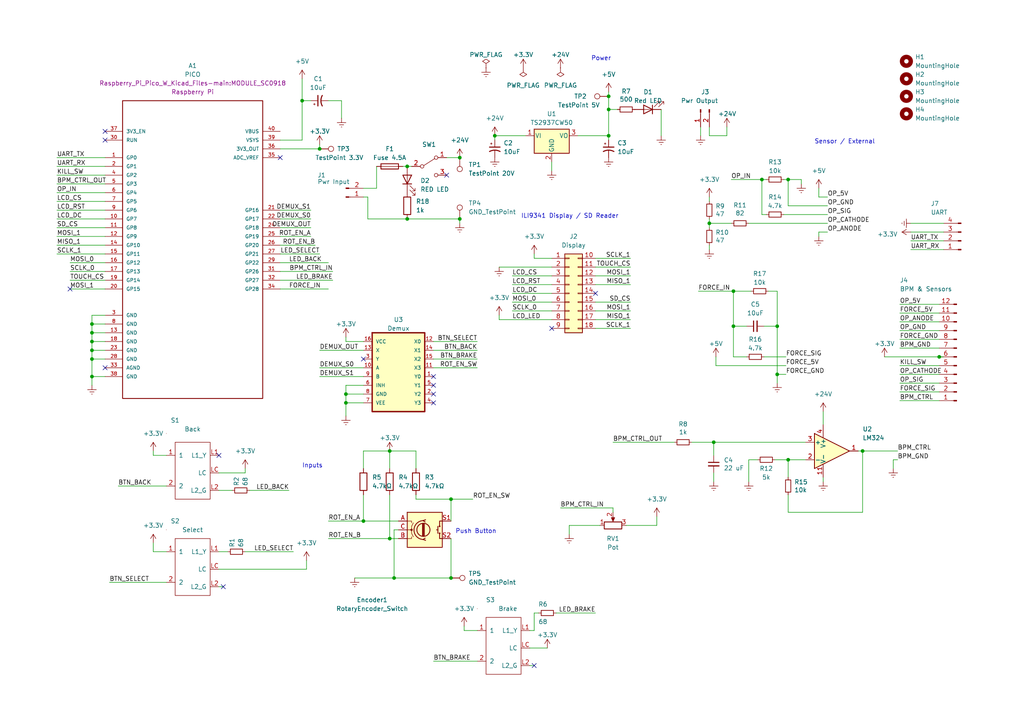
<source format=kicad_sch>
(kicad_sch (version 20230121) (generator eeschema)
  (paper "A4")
  (junction (at 105.41 151.13))
  (junction (at 118.11 63.5))
  (junction (at 176.53 27.94))
  (junction (at 100.33 114.3))
  (junction (at 143.51 39.37))
  (junction (at 92.71 43.18))
  (junction (at 113.03 156.21))
  (junction (at 113.03 130.81))
  (junction (at 176.53 39.37))
  (junction (at 207.01 128.27))
  (junction (at 114.3 167.64))
  (junction (at 225.425 94.615))
  (junction (at 212.725 94.615))
  (junction (at 87.63 29.21))
  (junction (at 272.415 103.505))
  (junction (at 26.67 96.52))
  (junction (at 228.6 133.35))
  (junction (at 100.33 116.84))
  (junction (at 130.81 167.64))
  (junction (at 26.67 93.98))
  (junction (at 212.725 84.455))
  (junction (at 26.67 99.06))
  (junction (at 176.53 31.75))
  (junction (at 130.81 144.78))
  (junction (at 225.425 108.585))
  (junction (at 118.11 48.26))
  (junction (at 26.67 101.6))
  (junction (at 205.74 64.77))
  (junction (at 26.67 104.14))
  (junction (at 133.35 63.5))
  (junction (at 220.98 52.07))
  (junction (at 26.67 109.22))
  (junction (at 228.6 52.07))
  (junction (at 133.35 45.72))
  (junction (at 250.19 130.81))
  (no_connect (at 30.48 38.1))
  (no_connect (at 160.02 95.25))
  (no_connect (at 129.54 50.8))
  (no_connect (at 63.5 132.08))
  (no_connect (at 20.32 83.82))
  (no_connect (at 105.41 104.14))
  (no_connect (at 154.94 193.04))
  (no_connect (at 172.72 85.09))
  (no_connect (at 30.48 106.68))
  (no_connect (at 125.73 114.3))
  (no_connect (at 30.48 40.64))
  (no_connect (at 125.73 109.22))
  (no_connect (at 125.73 116.84))
  (no_connect (at 81.28 45.72))
  (no_connect (at 64.77 170.18))
  (no_connect (at 125.73 111.76))
  (wire (pts (xy 237.49 67.31) (xy 240.03 67.31)))
  (wire (pts (xy 113.03 130.81) (xy 113.03 135.89)))
  (wire (pts (xy 63.5 170.18) (xy 64.77 170.18)))
  (wire (pts (xy 129.54 45.72) (xy 133.35 45.72)))
  (wire (pts (xy 212.725 94.615) (xy 212.725 103.505)))
  (wire (pts (xy 26.67 96.52) (xy 26.67 99.06)))
  (wire (pts (xy 207.01 128.27) (xy 207.01 132.08)))
  (wire (pts (xy 264.16 67.31) (xy 273.685 67.31)))
  (wire (pts (xy 212.725 84.455) (xy 212.725 94.615)))
  (wire (pts (xy 228.6 133.35) (xy 233.68 133.35)))
  (wire (pts (xy 16.51 60.96) (xy 30.48 60.96)))
  (wire (pts (xy 134.62 182.88) (xy 138.43 182.88)))
  (wire (pts (xy 205.74 71.12) (xy 205.74 72.39)))
  (wire (pts (xy 16.51 55.88) (xy 30.48 55.88)))
  (wire (pts (xy 260.985 95.885) (xy 272.415 95.885)))
  (wire (pts (xy 92.71 106.68) (xy 105.41 106.68)))
  (wire (pts (xy 99.06 29.21) (xy 99.06 34.29)))
  (wire (pts (xy 176.53 27.94) (xy 176.53 31.75)))
  (wire (pts (xy 81.28 76.2) (xy 95.25 76.2)))
  (wire (pts (xy 81.28 73.66) (xy 92.71 73.66)))
  (wire (pts (xy 212.725 84.455) (xy 202.565 84.455)))
  (wire (pts (xy 222.25 62.23) (xy 220.98 62.23)))
  (wire (pts (xy 167.64 39.37) (xy 176.53 39.37)))
  (wire (pts (xy 228.6 52.07) (xy 232.41 52.07)))
  (wire (pts (xy 148.59 90.17) (xy 160.02 90.17)))
  (wire (pts (xy 154.94 73.66) (xy 154.94 74.93)))
  (wire (pts (xy 264.16 64.77) (xy 273.685 64.77)))
  (wire (pts (xy 233.68 128.27) (xy 207.01 128.27)))
  (wire (pts (xy 177.8 148.59) (xy 177.8 147.32)))
  (wire (pts (xy 260.985 106.045) (xy 272.415 106.045)))
  (wire (pts (xy 260.985 98.425) (xy 272.415 98.425)))
  (wire (pts (xy 81.28 71.12) (xy 91.44 71.12)))
  (wire (pts (xy 259.08 133.35) (xy 260.35 133.35)))
  (wire (pts (xy 30.48 109.22) (xy 26.67 109.22)))
  (wire (pts (xy 63.5 165.1) (xy 88.9 165.1)))
  (wire (pts (xy 240.03 62.23) (xy 227.33 62.23)))
  (wire (pts (xy 30.48 93.98) (xy 26.67 93.98)))
  (wire (pts (xy 250.19 148.59) (xy 250.19 130.81)))
  (wire (pts (xy 172.72 92.71) (xy 182.88 92.71)))
  (wire (pts (xy 212.725 84.455) (xy 217.805 84.455)))
  (wire (pts (xy 44.45 130.81) (xy 44.45 132.08)))
  (wire (pts (xy 205.74 64.77) (xy 212.09 64.77)))
  (wire (pts (xy 71.12 160.02) (xy 85.09 160.02)))
  (wire (pts (xy 148.59 80.01) (xy 160.02 80.01)))
  (wire (pts (xy 95.25 151.13) (xy 105.41 151.13)))
  (wire (pts (xy 160.02 46.99) (xy 160.02 49.53)))
  (wire (pts (xy 220.98 62.23) (xy 220.98 52.07)))
  (wire (pts (xy 224.79 133.35) (xy 228.6 133.35)))
  (wire (pts (xy 26.67 93.98) (xy 26.67 96.52)))
  (wire (pts (xy 138.43 101.6) (xy 125.73 101.6)))
  (wire (pts (xy 30.48 99.06) (xy 26.67 99.06)))
  (wire (pts (xy 81.28 63.5) (xy 90.17 63.5)))
  (wire (pts (xy 260.985 113.665) (xy 272.415 113.665)))
  (wire (pts (xy 30.48 96.52) (xy 26.67 96.52)))
  (wire (pts (xy 250.19 130.81) (xy 260.35 130.81)))
  (wire (pts (xy 20.32 76.2) (xy 30.48 76.2)))
  (wire (pts (xy 26.67 104.14) (xy 26.67 109.22)))
  (wire (pts (xy 120.65 130.81) (xy 120.65 135.89)))
  (wire (pts (xy 26.67 109.22) (xy 26.67 111.76)))
  (wire (pts (xy 228.6 148.59) (xy 250.19 148.59)))
  (wire (pts (xy 100.33 116.84) (xy 100.33 120.65)))
  (wire (pts (xy 81.28 83.82) (xy 95.25 83.82)))
  (wire (pts (xy 225.425 108.585) (xy 227.965 108.585)))
  (wire (pts (xy 113.03 143.51) (xy 113.03 156.21)))
  (wire (pts (xy 26.67 91.44) (xy 26.67 93.98)))
  (wire (pts (xy 172.72 74.93) (xy 182.88 74.93)))
  (wire (pts (xy 16.51 58.42) (xy 30.48 58.42)))
  (wire (pts (xy 162.56 147.32) (xy 177.8 147.32)))
  (wire (pts (xy 143.51 40.64) (xy 143.51 39.37)))
  (wire (pts (xy 260.985 108.585) (xy 272.415 108.585)))
  (wire (pts (xy 44.45 157.48) (xy 44.45 160.02)))
  (wire (pts (xy 205.74 64.77) (xy 205.74 66.04)))
  (wire (pts (xy 228.6 133.35) (xy 228.6 138.43)))
  (wire (pts (xy 100.33 111.76) (xy 100.33 114.3)))
  (wire (pts (xy 71.12 135.89) (xy 71.12 137.16)))
  (wire (pts (xy 20.32 78.74) (xy 30.48 78.74)))
  (wire (pts (xy 16.51 68.58) (xy 30.48 68.58)))
  (wire (pts (xy 102.87 167.64) (xy 114.3 167.64)))
  (wire (pts (xy 130.81 151.13) (xy 130.81 144.78)))
  (wire (pts (xy 260.985 116.205) (xy 272.415 116.205)))
  (wire (pts (xy 173.99 152.4) (xy 165.1 152.4)))
  (wire (pts (xy 81.28 68.58) (xy 90.17 68.58)))
  (wire (pts (xy 16.51 71.12) (xy 30.48 71.12)))
  (wire (pts (xy 176.53 40.64) (xy 176.53 39.37)))
  (wire (pts (xy 160.02 74.93) (xy 154.94 74.93)))
  (wire (pts (xy 200.66 128.27) (xy 207.01 128.27)))
  (wire (pts (xy 92.71 109.22) (xy 105.41 109.22)))
  (wire (pts (xy 30.48 66.04) (xy 16.51 66.04)))
  (wire (pts (xy 153.67 193.04) (xy 154.94 193.04)))
  (wire (pts (xy 26.67 101.6) (xy 26.67 104.14)))
  (wire (pts (xy 87.63 29.21) (xy 90.17 29.21)))
  (wire (pts (xy 154.94 177.8) (xy 154.94 182.88)))
  (wire (pts (xy 113.03 156.21) (xy 115.57 156.21)))
  (wire (pts (xy 116.84 48.26) (xy 118.11 48.26)))
  (wire (pts (xy 92.71 41.91) (xy 92.71 43.18)))
  (wire (pts (xy 172.72 82.55) (xy 182.88 82.55)))
  (wire (pts (xy 212.725 94.615) (xy 216.535 94.615)))
  (wire (pts (xy 205.74 57.15) (xy 205.74 58.42)))
  (wire (pts (xy 172.72 90.17) (xy 182.88 90.17)))
  (wire (pts (xy 217.17 133.35) (xy 219.71 133.35)))
  (wire (pts (xy 203.2 39.37) (xy 203.2 36.83)))
  (wire (pts (xy 148.59 82.55) (xy 160.02 82.55)))
  (wire (pts (xy 114.3 167.64) (xy 130.81 167.64)))
  (wire (pts (xy 95.25 156.21) (xy 113.03 156.21)))
  (wire (pts (xy 100.33 114.3) (xy 100.33 116.84)))
  (wire (pts (xy 26.67 99.06) (xy 26.67 101.6)))
  (wire (pts (xy 154.94 182.88) (xy 153.67 182.88)))
  (wire (pts (xy 144.78 77.47) (xy 160.02 77.47)))
  (wire (pts (xy 228.6 59.69) (xy 240.03 59.69)))
  (wire (pts (xy 227.33 52.07) (xy 228.6 52.07)))
  (wire (pts (xy 176.53 31.75) (xy 176.53 39.37)))
  (wire (pts (xy 205.74 63.5) (xy 205.74 64.77)))
  (wire (pts (xy 105.41 151.13) (xy 115.57 151.13)))
  (wire (pts (xy 237.49 67.31) (xy 237.49 68.58)))
  (wire (pts (xy 125.73 104.14) (xy 138.43 104.14)))
  (wire (pts (xy 118.11 48.26) (xy 119.38 48.26)))
  (wire (pts (xy 118.11 63.5) (xy 133.35 63.5)))
  (wire (pts (xy 100.33 116.84) (xy 105.41 116.84)))
  (wire (pts (xy 106.68 63.5) (xy 118.11 63.5)))
  (wire (pts (xy 172.72 77.47) (xy 182.88 77.47)))
  (wire (pts (xy 44.45 160.02) (xy 48.26 160.02)))
  (wire (pts (xy 205.74 36.83) (xy 205.74 39.37)))
  (wire (pts (xy 115.57 153.67) (xy 114.3 153.67)))
  (wire (pts (xy 176.53 26.67) (xy 176.53 27.94)))
  (wire (pts (xy 143.51 39.37) (xy 152.4 39.37)))
  (wire (pts (xy 88.9 162.56) (xy 88.9 165.1)))
  (wire (pts (xy 222.25 52.07) (xy 220.98 52.07)))
  (wire (pts (xy 148.59 87.63) (xy 160.02 87.63)))
  (wire (pts (xy 238.76 119.38) (xy 238.76 123.19)))
  (wire (pts (xy 16.51 45.72) (xy 30.48 45.72)))
  (wire (pts (xy 81.28 43.18) (xy 92.71 43.18)))
  (wire (pts (xy 16.51 53.34) (xy 30.48 53.34)))
  (wire (pts (xy 34.29 140.97) (xy 48.26 140.97)))
  (wire (pts (xy 63.5 142.24) (xy 67.31 142.24)))
  (wire (pts (xy 161.29 177.8) (xy 172.72 177.8)))
  (wire (pts (xy 207.645 106.045) (xy 207.645 103.505)))
  (wire (pts (xy 207.01 137.16) (xy 207.01 139.7)))
  (wire (pts (xy 207.645 106.045) (xy 227.965 106.045)))
  (wire (pts (xy 172.72 80.01) (xy 182.88 80.01)))
  (wire (pts (xy 222.885 84.455) (xy 225.425 84.455)))
  (wire (pts (xy 106.68 57.15) (xy 106.68 63.5)))
  (wire (pts (xy 225.425 111.125) (xy 225.425 108.585)))
  (wire (pts (xy 16.51 73.66) (xy 30.48 73.66)))
  (wire (pts (xy 125.73 191.77) (xy 138.43 191.77)))
  (wire (pts (xy 165.1 152.4) (xy 165.1 154.94)))
  (wire (pts (xy 120.65 144.78) (xy 130.81 144.78)))
  (wire (pts (xy 264.16 72.39) (xy 273.685 72.39)))
  (wire (pts (xy 260.985 100.965) (xy 272.415 100.965)))
  (wire (pts (xy 154.94 177.8) (xy 156.21 177.8)))
  (wire (pts (xy 87.63 29.21) (xy 87.63 40.64)))
  (wire (pts (xy 20.32 81.28) (xy 30.48 81.28)))
  (wire (pts (xy 225.425 94.615) (xy 225.425 108.585)))
  (wire (pts (xy 125.73 99.06) (xy 138.43 99.06)))
  (wire (pts (xy 144.78 91.44) (xy 144.78 92.71)))
  (wire (pts (xy 272.415 103.505) (xy 273.685 103.505)))
  (wire (pts (xy 31.75 168.91) (xy 48.26 168.91)))
  (wire (pts (xy 109.22 54.61) (xy 109.22 48.26)))
  (wire (pts (xy 237.49 57.15) (xy 240.03 57.15)))
  (wire (pts (xy 16.51 50.8) (xy 30.48 50.8)))
  (wire (pts (xy 172.72 87.63) (xy 182.88 87.63)))
  (wire (pts (xy 256.54 103.505) (xy 272.415 103.505)))
  (wire (pts (xy 264.16 69.85) (xy 273.685 69.85)))
  (wire (pts (xy 144.78 92.71) (xy 160.02 92.71)))
  (wire (pts (xy 260.985 111.125) (xy 272.415 111.125)))
  (wire (pts (xy 248.92 130.81) (xy 250.19 130.81)))
  (wire (pts (xy 16.51 63.5) (xy 30.48 63.5)))
  (wire (pts (xy 100.33 97.79) (xy 100.33 99.06)))
  (wire (pts (xy 92.71 101.6) (xy 105.41 101.6)))
  (wire (pts (xy 153.67 187.96) (xy 158.75 187.96)))
  (wire (pts (xy 133.35 63.5) (xy 133.35 64.77)))
  (wire (pts (xy 96.52 81.28) (xy 81.28 81.28)))
  (wire (pts (xy 105.41 114.3) (xy 100.33 114.3)))
  (wire (pts (xy 210.82 36.83) (xy 210.82 39.37)))
  (wire (pts (xy 125.73 106.68) (xy 138.43 106.68)))
  (wire (pts (xy 105.41 111.76) (xy 100.33 111.76)))
  (wire (pts (xy 237.49 54.61) (xy 237.49 57.15)))
  (wire (pts (xy 30.48 101.6) (xy 26.67 101.6)))
  (wire (pts (xy 113.03 130.81) (xy 120.65 130.81)))
  (wire (pts (xy 172.72 95.25) (xy 182.88 95.25)))
  (wire (pts (xy 95.25 29.21) (xy 99.06 29.21)))
  (wire (pts (xy 228.6 52.07) (xy 228.6 59.69)))
  (wire (pts (xy 105.41 57.15) (xy 106.68 57.15)))
  (wire (pts (xy 260.985 90.805) (xy 272.415 90.805)))
  (wire (pts (xy 44.45 132.08) (xy 48.26 132.08)))
  (wire (pts (xy 212.725 103.505) (xy 216.535 103.505)))
  (wire (pts (xy 81.28 60.96) (xy 90.17 60.96)))
  (wire (pts (xy 221.615 103.505) (xy 227.965 103.505)))
  (wire (pts (xy 105.41 143.51) (xy 105.41 151.13)))
  (wire (pts (xy 228.6 143.51) (xy 228.6 148.59)))
  (wire (pts (xy 130.81 167.64) (xy 130.81 156.21)))
  (wire (pts (xy 72.39 142.24) (xy 83.82 142.24)))
  (wire (pts (xy 260.985 88.265) (xy 272.415 88.265)))
  (wire (pts (xy 114.3 153.67) (xy 114.3 167.64)))
  (wire (pts (xy 210.82 39.37) (xy 205.74 39.37)))
  (wire (pts (xy 30.48 104.14) (xy 26.67 104.14)))
  (wire (pts (xy 105.41 99.06) (xy 100.33 99.06)))
  (wire (pts (xy 81.28 66.04) (xy 90.17 66.04)))
  (wire (pts (xy 87.63 22.86) (xy 87.63 29.21)))
  (wire (pts (xy 137.16 144.78) (xy 130.81 144.78)))
  (wire (pts (xy 16.51 48.26) (xy 30.48 48.26)))
  (wire (pts (xy 87.63 40.64) (xy 81.28 40.64)))
  (wire (pts (xy 260.985 93.345) (xy 272.415 93.345)))
  (wire (pts (xy 105.41 130.81) (xy 105.41 135.89)))
  (wire (pts (xy 217.17 139.7) (xy 217.17 133.35)))
  (wire (pts (xy 148.59 85.09) (xy 160.02 85.09)))
  (wire (pts (xy 20.32 83.82) (xy 30.48 83.82)))
  (wire (pts (xy 134.62 181.61) (xy 134.62 182.88)))
  (wire (pts (xy 63.5 137.16) (xy 71.12 137.16)))
  (wire (pts (xy 217.17 64.77) (xy 240.03 64.77)))
  (wire (pts (xy 191.77 31.75) (xy 191.77 39.37)))
  (wire (pts (xy 105.41 54.61) (xy 109.22 54.61)))
  (wire (pts (xy 190.5 149.86) (xy 190.5 152.4)))
  (wire (pts (xy 30.48 91.44) (xy 26.67 91.44)))
  (wire (pts (xy 81.28 78.74) (xy 96.52 78.74)))
  (wire (pts (xy 177.8 128.27) (xy 195.58 128.27)))
  (wire (pts (xy 120.65 143.51) (xy 120.65 144.78)))
  (wire (pts (xy 181.61 152.4) (xy 190.5 152.4)))
  (wire (pts (xy 225.425 84.455) (xy 225.425 94.615)))
  (wire (pts (xy 221.615 94.615) (xy 225.425 94.615)))
  (wire (pts (xy 113.03 130.81) (xy 105.41 130.81)))
  (wire (pts (xy 232.41 52.07) (xy 232.41 53.34)))
  (wire (pts (xy 259.08 133.35) (xy 259.08 135.89)))
  (wire (pts (xy 179.07 31.75) (xy 176.53 31.75)))
  (wire (pts (xy 212.09 52.07) (xy 220.98 52.07)))
  (wire (pts (xy 238.76 138.43) (xy 238.76 139.7)))
  (wire (pts (xy 63.5 160.02) (xy 66.04 160.02)))
  (text "Power" (at 171.45 17.78 0) (effects (font (size 1.27 1.27)) (justify left bottom)))
  (text "Push Button" (at 132.08 154.94 0) (effects (font (size 1.27 1.27)) (justify left bottom)))
  (text "Sensor / External" (at 236.22 41.91 0) (effects (font (size 1.27 1.27)) (justify left bottom)))
  (text "ILI9341 Display / SD Reader" (at 151.13 63.5 0) (effects (font (size 1.27 1.27)) (justify left bottom)))
  (text "Inputs\n" (at 87.63 135.89 0) (effects (font (size 1.27 1.27)) (justify left bottom)))
  (label "UART_RX" (at 16.51 48.26 0))
  (label "OP_5V" (at 260.985 88.265 0))
  (label "FORCE_IN" (at 202.565 84.455 0))
  (label "ROT_EN_A" (at 95.25 151.13 0))
  (label "LCD_RST" (at 148.59 82.55 0))
  (label "FORCE_GND" (at 260.985 98.425 0))
  (label "UART_RX" (at 264.16 72.39 0))
  (label "MOSI_1" (at 182.88 80.01 180))
  (label "MOSI_1" (at 16.51 68.58 0))
  (label "ROT_EN_SW" (at 137.16 144.78 0))
  (label "LCD_LED" (at 148.59 92.71 0))
  (label "TOUCH_CS" (at 20.32 81.28 0))
  (label "BTN_BRAKE" (at 125.73 191.77 0))
  (label "FORCE_5V" (at 260.985 90.805 0))
  (label "SD_CS" (at 16.51 66.04 0))
  (label "OP_ANODE" (at 240.03 67.31 0))
  (label "DEMUX_S0" (at 90.17 63.5 180))
  (label "SCLK_0" (at 148.59 90.17 0))
  (label "BPM_GND" (at 260.985 100.965 0))
  (label "ROT_EN_B" (at 91.44 71.12 180))
  (label "OP_IN" (at 16.51 55.88 0))
  (label "BPM_CTRL" (at 260.35 130.81 0))
  (label "BPM_GND" (at 260.35 133.35 0))
  (label "LCD_CS" (at 148.59 80.01 0))
  (label "LED_BRAKE" (at 172.72 177.8 180))
  (label "BPM_CTRL_OUT" (at 16.51 53.34 0))
  (label "DEMUX_S1" (at 90.17 60.96 180))
  (label "MISO_1" (at 16.51 71.12 0))
  (label "BTN_BRAKE" (at 138.43 104.14 180))
  (label "LCD_DC" (at 16.51 63.5 0))
  (label "FORCE_IN" (at 83.82 83.82 0))
  (label "DEMUX_OUT" (at 92.71 101.6 0))
  (label "KILL_SW" (at 260.985 106.045 0))
  (label "BTN_BACK" (at 138.43 101.6 180))
  (label "OP_CATHODE" (at 260.985 108.585 0))
  (label "DEMUX_S1" (at 92.71 109.22 0))
  (label "BPM_CTRL_IN" (at 162.56 147.32 0))
  (label "OP_IN" (at 212.09 52.07 0))
  (label "MOSI_0" (at 20.32 76.2 0))
  (label "UART_TX" (at 16.51 45.72 0))
  (label "LED_SELECT" (at 92.71 73.66 180))
  (label "LED_BACK" (at 83.82 76.2 0))
  (label "LCD_RST" (at 16.51 60.96 0))
  (label "SCLK_1" (at 182.88 95.25 180))
  (label "OP_5V" (at 240.03 57.15 0))
  (label "DEMUX_S0" (at 92.71 106.68 0))
  (label "DEMUX_OUT" (at 90.17 66.04 180))
  (label "BPM_CTRL_OUT" (at 177.8 128.27 0))
  (label "FORCE_SIG" (at 227.965 103.505 0))
  (label "BTN_BACK" (at 34.29 140.97 0))
  (label "MISO_1" (at 182.88 82.55 180))
  (label "BTN_SELECT" (at 31.75 168.91 0))
  (label "BTN_SELECT" (at 138.43 99.06 180))
  (label "OP_CATHODE" (at 240.03 64.77 0))
  (label "OP_SIG" (at 240.03 62.23 0))
  (label "OP_SIG" (at 260.985 111.125 0))
  (label "SCLK_1" (at 182.88 74.93 180))
  (label "OP_GND" (at 240.03 59.69 0))
  (label "KILL_SW" (at 16.51 50.8 0))
  (label "ROT_EN_SW" (at 138.43 106.68 180))
  (label "FORCE_GND" (at 227.965 108.585 0))
  (label "MISO_1" (at 182.88 92.71 180))
  (label "SCLK_1" (at 16.51 73.66 0))
  (label "UART_TX" (at 264.16 69.85 0))
  (label "FORCE_SIG" (at 260.985 113.665 0))
  (label "LCD_DC" (at 148.59 85.09 0))
  (label "MOSI_1" (at 182.88 90.17 180))
  (label "BPM_CTRL_IN" (at 96.52 78.74 180))
  (label "OP_ANODE" (at 260.985 93.345 0))
  (label "MOSI_0" (at 148.59 87.63 0))
  (label "MOSI_1" (at 20.32 83.82 0))
  (label "OP_GND" (at 260.985 95.885 0))
  (label "LED_BRAKE" (at 96.52 81.28 180))
  (label "BPM_CTRL" (at 260.985 116.205 0))
  (label "SD_CS" (at 182.88 87.63 180))
  (label "LED_BACK" (at 83.82 142.24 180))
  (label "LED_SELECT" (at 85.09 160.02 180))
  (label "ROT_EN_A" (at 90.17 68.58 180))
  (label "LCD_CS" (at 16.51 58.42 0))
  (label "SCLK_0" (at 20.32 78.74 0))
  (label "FORCE_5V" (at 227.965 106.045 0))
  (label "ROT_EN_B" (at 95.25 156.21 0))
  (label "TOUCH_CS" (at 182.88 77.47 180))
  (symbol (lib_id "Amplifier_Operational:LM321") (at 241.3 130.81 0) (unit 1)
    (property "Reference" "U2" (at 250.19 124.46 0) (effects (justify left)))
    (property "Value" "LM324" (at 250.19 127 0) (effects (justify left)))
    (property "Footprint" "SOIC:SOIC-14_W3.9mm" (effects hide))
    (property "Datasheet" "http://www.ti.com/lit/ds/symlink/lm321.pdf" (effects hide))
  )
  (symbol (lib_id "Device:R_Small") (at 198.12 128.27 270) (unit 1)
    (property "Reference" "R8" (at 198.12 123.0122 90))
    (property "Value" "1k" (at 198.12 125.3236 90))
    (property "Footprint" "Resistor_SMD:R_0805_2012Metric" (effects hide))
  )
  (symbol (lib_id "Device:C_Small") (at 207.01 134.62 0) (unit 1)
    (property "Reference" "C4" (at 209.931 133.4516 0) (effects (justify left)))
    (property "Value" "22 uF" (at 209.931 135.763 0) (effects (justify left)))
    (property "Footprint" "Capacitor_SMD:C_0805_2012Metric" (effects hide))
  )
  (symbol (lib_id "Device:R_Small") (at 228.6 140.97 0) (unit 1)
    (property "Reference" "R15" (at 230.378 139.8016 0) (effects (justify left)))
    (property "Value" "10k" (at 230.378 142.113 0) (effects (justify left)))
    (property "Footprint" "Resistor_SMD:R_0805_2012Metric" (effects hide))
  )
  (symbol (lib_id "Device:R_Small") (at 222.25 133.35 270) (unit 1)
    (property "Reference" "R12" (at 222.25 135.89 90))
    (property "Value" "5k" (at 222.25 138.43 90))
    (property "Footprint" "Resistor_SMD:R_0805_2012Metric" (effects hide))
  )
  (symbol (lib_id "Device:R") (at 105.41 139.7 0) (unit 1)
    (property "Reference" "R5" (at 107.95 138.43 0) (effects (justify left)))
    (property "Value" "4.7kΩ" (at 107.95 140.97 0) (effects (justify left)))
    (property "Footprint" "Resistor_SMD:R_0805_2012Metric" (effects hide))
  )
  (symbol (lib_id "Regulator_Linear:LM2937xMP") (at 160.02 39.37 0) (unit 1)
    (property "Reference" "U1" (at 160.02 33.02 0))
    (property "Value" "TS2937CW50" (at 160.02 35.56 0))
    (property "Footprint" "Package_TO_SOT_SMD:SOT-223-3_TabPin2" (effects hide))
    (property "Datasheet" "http://www.ti.com/lit/ds/symlink/lm2937.pdf" (effects hide))
  )
  (symbol (lib_id "LP11EE1NCSYG:LP11EE1NCSYG") (at 146.05 187.96 0) (unit 1)
    (property "Reference" "S3" (at 142.24 173.99 0))
    (property "Value" "Brake" (at 147.32 176.53 0))
    (property "Footprint" "LP11EE1NCSYG:LP11EE1NCSYG" (effects hide))
    (property "Datasheet" "https://sten-eswitch-13110800-production.s3.amazonaws.com/system/asset/product_line/data_sheet/38/LP11.pdf" (effects hide))
  )
  (symbol (lib_id "Switch:SW_SPDT") (at 124.46 48.26 0) (unit 1)
    (property "Reference" "SW1" (at 124.46 41.91 0))
    (property "Value" "SW_DPST_x2" (effects hide))
    (property "Footprint" "300SP1J1BLKM2QE:SW_300SP1J1BLKM2QE" (effects hide))
  )
  (symbol (lib_id "Device:C_Polarized_Small_US") (at 143.51 43.18 0) (unit 1)
    (property "Reference" "C2" (at 146.05 41.4781 0) (effects (justify left)))
    (property "Value" "10uF" (at 146.05 44.0181 0) (effects (justify left)))
    (property "Footprint" "Capacitor_Tantalum_SMD:CP_EIA-6032-20_AVX-F" (effects hide))
  )
  (symbol (lib_name "+3.3V_1") (lib_id "power:+3.3V") (at 113.03 130.81 0) (unit 1)
    (property "Reference" "#PWR041" (effects hide))
    (property "Value" "+3.3V" (at 113.03 127 0))
  )
  (symbol (lib_id "Connector:Conn_01x12_Pin") (at 277.495 103.505 180) (unit 1)
    (property "Reference" "J4" (at 260.985 81.28 0) (effects (justify right)))
    (property "Value" "BPM & Sensors" (at 260.985 83.82 0) (effects (justify right)))
    (property "Footprint" "Connector_Molex:Molex_Nano-Fit_105314-xx12_2x06_P2.50mm_Horizontal" (effects hide))
  )
  (symbol (lib_id "power:Earth") (at 102.87 167.64 0) (unit 1)
    (property "Reference" "#PWR016" (effects hide))
    (property "Value" "Earth" (effects hide))
  )
  (symbol (lib_id "Mechanical:MountingHole") (at 262.89 27.94 0) (unit 1)
    (property "Reference" "H3" (at 265.43 26.6699 0) (effects (justify left)))
    (property "Value" "MountingHole" (at 265.43 29.2099 0) (effects (justify left)))
    (property "Footprint" "MountingHole:MountingHole_3.2mm_M3" (effects hide))
  )
  (symbol (lib_id "power:Earth") (at 144.78 77.47 0) (unit 1)
    (property "Reference" "#PWR014" (effects hide))
    (property "Value" "Earth" (effects hide))
  )
  (symbol (lib_id "Connector:Conn_01x04_Pin") (at 278.765 69.85 180) (unit 1)
    (property "Reference" "J7" (at 271.145 59.055 0))
    (property "Value" "UART" (at 272.415 61.595 0))
    (property "Footprint" "Connector_Molex:Molex_Nano-Fit_105314-xx04_2x02_P2.50mm_Horizontal" (effects hide))
  )
  (symbol (lib_id "Raspberry_Pi_Pico_W_SC0918:SC0918") (at 55.88 72.39 0) (unit 1)
    (property "Reference" "A1" (at 55.88 19.05 0))
    (property "Value" "PICO" (at 55.88 21.59 0))
    (property "Footprint" "Raspberry_Pi_Pico_W_Kicad_Files-main:MODULE_SC0918" (at 55.88 24.13 0))
    (property "Datasheet" "https://datasheets.raspberrypi.com/picow/pico-w-datasheet.pdf" (effects hide))
    (property "manufacturer" "Raspberry Pi" (at 55.88 26.67 0))
    (property "P/N" "SC0918" (effects hide))
    (property "PARTREV" "1.6" (effects hide))
    (property "MAXIMUM_PACKAGE_HEIGHT" "3.73mm" (effects hide))
  )
  (symbol (lib_name "Earth_1") (lib_id "power:Earth") (at 205.74 72.39 0) (unit 1)
    (property "Reference" "#PWR030" (effects hide))
    (property "Value" "Earth" (effects hide))
  )
  (symbol (lib_id "power:+3.3V") (at 134.62 181.61 0) (unit 1)
    (property "Reference" "#PWR012" (effects hide))
    (property "Value" "+3.3V" (at 134.62 176.53 0))
  )
  (symbol (lib_name "Earth_3") (lib_id "power:Earth") (at 264.16 64.77 270) (unit 1)
    (property "Reference" "#PWR043" (effects hide))
    (property "Value" "Earth" (effects hide))
  )
  (symbol (lib_id "power:+5V") (at 207.645 103.505 0) (unit 1)
    (property "Reference" "#PWR033" (effects hide))
    (property "Value" "+5V" (at 207.645 99.695 0))
  )
  (symbol (lib_id "power:Earth") (at 225.425 111.125 0) (unit 1)
    (property "Reference" "#PWR039" (effects hide))
    (property "Value" "Earth" (effects hide))
  )
  (symbol (lib_name "Earth_2") (lib_id "power:Earth") (at 140.97 19.685 0) (unit 1)
    (property "Reference" "#PWR047" (effects hide))
    (property "Value" "Earth" (effects hide))
  )
  (symbol (lib_id "power:+20V") (at 133.35 45.72 0) (unit 1)
    (property "Reference" "#PWR010" (effects hide))
    (property "Value" "+20V" (at 133.35 40.64 0))
  )
  (symbol (lib_id "Connector_Generic:Conn_02x09_Top_Bottom") (at 165.1 85.09 0) (unit 1)
    (property "Reference" "J2" (at 166.37 68.58 0))
    (property "Value" "Display" (at 166.37 71.12 0))
    (property "Footprint" "custom_connectors:ILI9351_Large_Display" (effects hide))
  )
  (symbol (lib_id "power:+20V") (at 143.51 39.37 0) (unit 1)
    (property "Reference" "#PWR045" (effects hide))
    (property "Value" "+20V" (at 143.51 34.29 0))
  )
  (symbol (lib_id "Connector:TestPoint") (at 176.53 27.94 90) (unit 1)
    (property "Reference" "TP2" (at 170.18 27.94 90) (effects (justify left)))
    (property "Value" "TestPoint 5V" (at 173.99 30.48 90) (effects (justify left)))
    (property "Footprint" "TestPoint:TestPoint_Loop_D2.60mm_Drill1.6mm_Beaded" (effects hide))
  )
  (symbol (lib_id "power:Earth") (at 237.49 68.58 0) (unit 1)
    (property "Reference" "#PWR038" (effects hide))
    (property "Value" "Earth" (effects hide))
  )
  (symbol (lib_id "power:Earth") (at 26.67 111.76 0) (unit 1)
    (property "Reference" "#PWR02" (effects hide))
    (property "Value" "Earth" (effects hide))
  )
  (symbol (lib_id "Connector:Conn_01x02_Male") (at 100.33 57.15 0) (mirror x) (unit 1)
    (property "Reference" "J1" (at 92.075 50.8 0) (effects (justify left)))
    (property "Value" "Pwr Input" (at 92.075 52.705 0) (effects (justify left)))
    (property "Footprint" "Connector_Molex:Molex_Nano-Fit_105313-xx02_1x02_P2.50mm_Horizontal" (effects hide))
  )
  (symbol (lib_id "Connector:TestPoint") (at 130.81 167.64 270) (unit 1)
    (property "Reference" "TP5" (at 135.89 166.37 90) (effects (justify left)))
    (property "Value" "GND_TestPoint" (at 135.89 168.91 90) (effects (justify left)))
    (property "Footprint" "TestPoint:TestPoint_Loop_D2.60mm_Drill1.4mm_Beaded" (effects hide))
  )
  (symbol (lib_id "power:+3.3V") (at 205.74 57.15 0) (unit 1)
    (property "Reference" "#PWR029" (effects hide))
    (property "Value" "+3.3V" (at 205.74 52.07 0))
  )
  (symbol (lib_id "power:+3.3V") (at 154.94 73.66 0) (unit 1)
    (property "Reference" "#PWR018" (effects hide))
    (property "Value" "+3.3V" (at 154.94 68.58 0))
  )
  (symbol (lib_id "power:Earth") (at 217.17 139.7 0) (unit 1)
    (property "Reference" "#PWR032" (effects hide))
    (property "Value" "Earth" (effects hide))
  )
  (symbol (lib_id "power:Earth") (at 176.53 45.72 0) (unit 1)
    (property "Reference" "#PWR025" (effects hide))
    (property "Value" "Earth" (effects hide))
  )
  (symbol (lib_id "power:+3.3V") (at 100.33 97.79 0) (unit 1)
    (property "Reference" "#PWR046" (effects hide))
    (property "Value" "+3.3V" (at 100.33 93.98 0))
  )
  (symbol (lib_id "power:Earth") (at 232.41 53.34 0) (unit 1)
    (property "Reference" "#PWR034" (effects hide))
    (property "Value" "Earth" (effects hide))
  )
  (symbol (lib_id "power:Earth") (at 207.01 139.7 0) (unit 1)
    (property "Reference" "#PWR028" (effects hide))
    (property "Value" "Earth" (effects hide))
  )
  (symbol (lib_id "Device:R_Small") (at 224.79 62.23 90) (unit 1)
    (property "Reference" "R14" (at 224.79 57.15 90))
    (property "Value" "4.7k" (at 224.79 59.69 90))
    (property "Footprint" "Resistor_SMD:R_0805_2012Metric" (effects hide))
  )
  (symbol (lib_id "Device:R_Small") (at 205.74 68.58 0) (unit 1)
    (property "Reference" "R10" (at 207.518 67.4116 0) (effects (justify left)))
    (property "Value" "47" (at 207.518 69.723 0) (effects (justify left)))
    (property "Footprint" "Resistor_SMD:R_0805_2012Metric" (effects hide))
  )
  (symbol (lib_id "Connector:TestPoint") (at 133.35 45.72 180) (unit 1)
    (property "Reference" "TP1" (at 135.89 47.752 0) (effects (justify right)))
    (property "Value" "TestPoint 20V" (at 135.89 50.292 0) (effects (justify right)))
    (property "Footprint" "TestPoint:TestPoint_Loop_D2.60mm_Drill1.4mm_Beaded" (effects hide))
  )
  (symbol (lib_name "+3.3V_2") (lib_id "power:+3.3V") (at 151.765 19.685 0) (unit 1)
    (property "Reference" "#PWR042" (effects hide))
    (property "Value" "+3.3V" (at 151.765 15.875 0))
  )
  (symbol (lib_id "power:+20V") (at 238.76 119.38 0) (unit 1)
    (property "Reference" "#PWR035" (effects hide))
    (property "Value" "+20V" (at 238.76 114.3 0))
  )
  (symbol (lib_id "power:+3.3V") (at 190.5 149.86 0) (unit 1)
    (property "Reference" "#PWR023" (effects hide))
    (property "Value" "+3.3V" (at 190.5 144.78 0))
  )
  (symbol (lib_id "Connector:TestPoint") (at 92.71 43.18 270) (unit 1)
    (property "Reference" "TP3" (at 97.79 43.18 90) (effects (justify left)))
    (property "Value" "TestPoint 3.3V" (at 91.44 45.72 90) (effects (justify left)))
    (property "Footprint" "TestPoint:TestPoint_Loop_D2.60mm_Drill1.6mm_Beaded" (effects hide))
  )
  (symbol (lib_id "Device:R_Potentiometer") (at 177.8 152.4 90) (unit 1)
    (property "Reference" "RV1" (at 177.8 156.21 90))
    (property "Value" "Pot" (at 177.8 158.75 90))
    (property "Footprint" "Potentiometer_THT:Potentiometer_Vishay_148-149_Single_Vertical" (effects hide))
  )
  (symbol (lib_id "power:Earth") (at 238.76 139.7 0) (unit 1)
    (property "Reference" "#PWR036" (effects hide))
    (property "Value" "Earth" (effects hide))
  )
  (symbol (lib_id "power:Earth") (at 191.77 39.37 0) (mirror y) (unit 1)
    (property "Reference" "#PWR026" (effects hide))
    (property "Value" "Earth" (effects hide))
  )
  (symbol (lib_id "power:Earth") (at 259.08 135.89 0) (unit 1)
    (property "Reference" "#PWR040" (effects hide))
    (property "Value" "Earth" (effects hide))
  )
  (symbol (lib_id "power:+20V") (at 210.82 36.83 0) (unit 1)
    (property "Reference" "#PWR031" (effects hide))
    (property "Value" "+20V" (at 208.28 33.02 0) (effects (justify left)))
  )
  (symbol (lib_id "power:+20V") (at 162.56 19.685 0) (unit 1)
    (property "Reference" "#PWR044" (effects hide))
    (property "Value" "+20V" (at 162.56 15.875 0))
  )
  (symbol (lib_id "power:+5V") (at 237.49 54.61 0) (unit 1)
    (property "Reference" "#PWR037" (effects hide))
    (property "Value" "+5V" (at 237.49 49.53 0))
  )
  (symbol (lib_id "Device:R_Small") (at 205.74 60.96 0) (unit 1)
    (property "Reference" "R9" (at 207.518 59.7916 0) (effects (justify left)))
    (property "Value" "47" (at 207.518 62.103 0) (effects (justify left)))
    (property "Footprint" "Resistor_SMD:R_0805_2012Metric" (effects hide))
  )
  (symbol (lib_id "Device:R") (at 120.65 139.7 0) (unit 1)
    (property "Reference" "R3" (at 123.19 138.43 0) (effects (justify left)))
    (property "Value" "4.7kΩ" (at 123.19 140.97 0) (effects (justify left)))
    (property "Footprint" "Resistor_SMD:R_0805_2012Metric" (effects hide))
  )
  (symbol (lib_id "LP11EE1NCSYG:LP11EE1NCSYG") (at 55.88 137.16 0) (unit 1)
    (property "Reference" "S1" (at 50.8 121.92 0))
    (property "Value" "Back" (at 55.88 124.46 0))
    (property "Footprint" "LP11EE1NCSYG:LP11EE1NCSYG" (effects hide))
    (property "Datasheet" "https://sten-eswitch-13110800-production.s3.amazonaws.com/system/asset/product_line/data_sheet/38/LP11.pdf" (effects hide))
  )
  (symbol (lib_id "Device:LED") (at 118.11 52.07 90) (unit 1)
    (property "Reference" "D2" (at 121.92 52.3875 90) (effects (justify right)))
    (property "Value" "RED LED" (at 121.92 54.9275 90) (effects (justify right)))
    (property "Footprint" "LED_SMD:LED_0805_2012Metric" (effects hide))
    (property "Datasheet" "https://www.digikey.ca/en/products/detail/liteon/LTST-C191KRKT/386837" (effects hide))
  )
  (symbol (lib_id "Mechanical:MountingHole") (at 262.89 17.78 0) (unit 1)
    (property "Reference" "H1" (at 265.43 16.5099 0) (effects (justify left)))
    (property "Value" "MountingHole" (at 265.43 19.0499 0) (effects (justify left)))
    (property "Footprint" "MountingHole:MountingHole_3.2mm_M3" (effects hide))
  )
  (symbol (lib_id "power:Earth") (at 133.35 64.77 0) (unit 1)
    (property "Reference" "#PWR013" (effects hide))
    (property "Value" "Earth" (effects hide))
  )
  (symbol (lib_id "Device:LED") (at 187.96 31.75 180) (unit 1)
    (property "Reference" "D1" (at 187.96 26.67 0))
    (property "Value" "Red LED" (at 187.96 29.21 0))
    (property "Footprint" "LED_SMD:LED_0805_2012Metric" (effects hide))
  )
  (symbol (lib_id "power:+3.3V") (at 44.45 130.81 0) (unit 1)
    (property "Reference" "#PWR03" (effects hide))
    (property "Value" "+3.3V" (at 44.45 125.73 0))
  )
  (symbol (lib_id "Device:C_Polarized_Small_US") (at 176.53 43.18 0) (unit 1)
    (property "Reference" "C3" (at 179.07 41.4781 0) (effects (justify left)))
    (property "Value" "10uF" (at 179.07 44.0181 0) (effects (justify left)))
    (property "Footprint" "Capacitor_SMD:C_1206_3216Metric" (effects hide))
  )
  (symbol (lib_id "Mechanical:MountingHole") (at 262.89 22.86 0) (unit 1)
    (property "Reference" "H2" (at 265.43 21.5899 0) (effects (justify left)))
    (property "Value" "MountingHole" (at 265.43 24.1299 0) (effects (justify left)))
    (property "Footprint" "MountingHole:MountingHole_3.2mm_M3" (effects hide))
  )
  (symbol (lib_name "PWR_FLAG_1") (lib_id "power:PWR_FLAG") (at 140.97 19.685 0) (unit 1)
    (property "Reference" "#FLG03" (effects hide))
    (property "Value" "PWR_FLAG" (at 140.97 15.875 0))
  )
  (symbol (lib_id "Device:Fuse") (at 113.03 48.26 90) (unit 1)
    (property "Reference" "F1" (at 113.03 43.18 90))
    (property "Value" "Fuse 4.5A" (at 113.03 45.72 90))
    (property "Footprint" "Fuse:Fuse_1206_3216Metric" (effects hide))
    (property "Datasheet" "https://www.digikey.ca/en/products/detail/eaton-electronics-division/CC12H4-5A-TR/2138898" (effects hide))
  )
  (symbol (lib_id "power:Earth") (at 143.51 45.72 0) (unit 1)
    (property "Reference" "#PWR020" (effects hide))
    (property "Value" "Earth" (effects hide))
  )
  (symbol (lib_id "74HC4052:74HC4052") (at 115.57 106.68 0) (unit 1)
    (property "Reference" "U3" (at 115.57 92.71 0))
    (property "Value" "Demux" (at 115.57 95.25 0))
    (property "Footprint" "74HC4052PW-footprints_LOCAL:TSSOP16_5P1X4P5_NEX" (effects hide))
    (property "PROD_ID" "IC-09813" (effects hide))
    (property "VALUE" "74HC4052" (effects hide))
  )
  (symbol (lib_id "power:+5V") (at 87.63 22.86 0) (unit 1)
    (property "Reference" "#PWR07" (effects hide))
    (property "Value" "+5V" (at 87.63 17.78 0))
  )
  (symbol (lib_id "Device:C_Polarized_Small_US") (at 92.71 29.21 90) (unit 1)
    (property "Reference" "C1" (at 92.2782 22.86 90))
    (property "Value" "10uF" (at 92.2782 25.4 90))
    (property "Footprint" "Capacitor_SMD:C_1206_3216Metric" (effects hide))
  )
  (symbol (lib_id "Mechanical:MountingHole") (at 262.89 33.02 0) (unit 1)
    (property "Reference" "H4" (at 265.43 31.7499 0) (effects (justify left)))
    (property "Value" "MountingHole" (at 265.43 34.2899 0) (effects (justify left)))
    (property "Footprint" "MountingHole:MountingHole_3.2mm_M3" (effects hide))
  )
  (symbol (lib_id "power:PWR_FLAG") (at 162.56 19.685 180) (unit 1)
    (property "Reference" "#FLG01" (effects hide))
    (property "Value" "PWR_FLAG" (at 162.56 24.765 0))
  )
  (symbol (lib_id "power:+3.3V") (at 144.78 91.44 0) (unit 1)
    (property "Reference" "#PWR015" (effects hide))
    (property "Value" "+3.3V" (at 144.78 86.36 0))
  )
  (symbol (lib_id "Device:R_Small") (at 219.075 103.505 90) (unit 1)
    (property "Reference" "R16" (at 219.075 98.425 90))
    (property "Value" "4.7k" (at 219.075 100.965 90))
    (property "Footprint" "Resistor_SMD:R_0805_2012Metric" (effects hide))
  )
  (symbol (lib_id "Device:R_Small") (at 214.63 64.77 270) (unit 1)
    (property "Reference" "R11" (at 214.63 59.5122 90))
    (property "Value" "82" (at 214.63 61.8236 90))
    (property "Footprint" "Resistor_SMD:R_0805_2012Metric" (effects hide))
  )
  (symbol (lib_name "+3.3V_4") (lib_id "power:+3.3V") (at 264.16 67.31 90) (unit 1)
    (property "Reference" "#PWR09" (effects hide))
    (property "Value" "+3.3V" (at 260.35 67.945 90) (effects (justify left)))
  )
  (symbol (lib_id "power:Earth") (at 160.02 49.53 0) (unit 1)
    (property "Reference" "#PWR022" (effects hide))
    (property "Value" "Earth" (effects hide))
  )
  (symbol (lib_id "Device:R") (at 113.03 139.7 0) (unit 1)
    (property "Reference" "R4" (at 115.57 138.43 0) (effects (justify left)))
    (property "Value" "4.7kΩ" (at 115.57 140.97 0) (effects (justify left)))
    (property "Footprint" "Resistor_SMD:R_0805_2012Metric" (effects hide))
  )
  (symbol (lib_id "power:Earth") (at 165.1 154.94 0) (unit 1)
    (property "Reference" "#PWR019" (effects hide))
    (property "Value" "Earth" (effects hide))
  )
  (symbol (lib_id "power:Earth") (at 203.2 39.37 0) (mirror y) (unit 1)
    (property "Reference" "#PWR027" (effects hide))
    (property "Value" "Earth" (effects hide))
  )
  (symbol (lib_id "power:+3.3V") (at 158.75 187.96 0) (unit 1)
    (property "Reference" "#PWR021" (effects hide))
    (property "Value" "+3.3V" (at 158.75 184.15 0))
  )
  (symbol (lib_id "Device:C_Small") (at 219.075 94.615 90) (unit 1)
    (property "Reference" "C5" (at 219.075 88.265 90))
    (property "Value" "10uF" (at 219.075 90.805 90))
    (property "Footprint" "Capacitor_SMD:C_0805_2012Metric" (effects hide))
  )
  (symbol (lib_id "Device:R_Small") (at 158.75 177.8 90) (unit 1)
    (property "Reference" "R6" (at 157.48 175.26 90))
    (property "Value" "68" (at 157.48 180.34 90))
    (property "Footprint" "Resistor_SMD:R_0805_2012Metric" (effects hide))
  )
  (symbol (lib_id "Device:R_Small") (at 220.345 84.455 90) (unit 1)
    (property "Reference" "R17" (at 220.345 79.375 90))
    (property "Value" "10k" (at 220.345 81.915 90))
    (property "Footprint" "Resistor_SMD:R_0805_2012Metric" (effects hide))
  )
  (symbol (lib_name "+3.3V_3") (lib_id "power:+3.3V") (at 256.54 103.505 0) (unit 1)
    (property "Reference" "#PWR01" (effects hide))
    (property "Value" "+3.3V" (at 256.54 99.695 0))
  )
  (symbol (lib_id "power:Earth") (at 99.06 34.29 0) (unit 1)
    (property "Reference" "#PWR011" (effects hide))
    (property "Value" "Earth" (effects hide))
  )
  (symbol (lib_id "Connector:TestPoint") (at 133.35 63.5 0) (unit 1)
    (property "Reference" "TP4" (at 135.89 58.928 0) (effects (justify left)))
    (property "Value" "GND_TestPoint" (at 135.89 61.468 0) (effects (justify left)))
    (property "Footprint" "TestPoint:TestPoint_Loop_D2.60mm_Drill1.4mm_Beaded" (effects hide))
  )
  (symbol (lib_id "Device:RotaryEncoder_Switch") (at 123.19 153.67 0) (unit 1)
    (property "Reference" "Encoder1" (at 107.95 173.99 0))
    (property "Value" "RotaryEncoder_Switch" (at 107.95 176.53 0))
    (property "Footprint" "Rotary_Encoder:RotaryEncoder_Alps_EC12E-Switch_Vertical_H20mm_CircularMountingHoles" (effects hide))
  )
  (symbol (lib_id "power:+3.3V") (at 92.71 41.91 0) (unit 1)
    (property "Reference" "#PWR08" (effects hide))
    (property "Value" "+3.3V" (at 92.71 38.1 0))
  )
  (symbol (lib_id "power:+5V") (at 176.53 26.67 0) (unit 1)
    (property "Reference" "#PWR024" (effects hide))
    (property "Value" "+5V" (at 176.53 21.59 0))
  )
  (symbol (lib_id "Device:R") (at 118.11 59.69 0) (unit 1)
    (property "Reference" "R18" (at 120.65 58.42 0) (effects (justify left)))
    (property "Value" "1k" (at 120.65 60.96 0) (effects (justify left)))
    (property "Footprint" "Resistor_SMD:R_0805_2012Metric" (effects hide))
    (property "Datasheet" "https://www.digikey.ca/en/products/detail/yageo/RC0402FR-072K2L/726553" (effects hide))
  )
  (symbol (lib_id "Device:R_Small") (at 68.58 160.02 90) (unit 1)
    (property "Reference" "R1" (at 67.31 158.75 0) (effects (justify left)))
    (property "Value" "68" (at 69.85 158.75 0) (effects (justify left)))
    (property "Footprint" "Resistor_SMD:R_0805_2012Metric" (effects hide))
  )
  (symbol (lib_id "LP11EE1NCSYG:LP11EE1NCSYG") (at 55.88 165.1 0) (unit 1)
    (property "Reference" "S2" (at 50.8 151.13 0))
    (property "Value" "Select" (at 55.88 153.67 0))
    (property "Footprint" "LP11EE1NCSYG:LP11EE1NCSYG" (effects hide))
    (property "Datasheet" "https://sten-eswitch-13110800-production.s3.amazonaws.com/system/asset/product_line/data_sheet/38/LP11.pdf" (effects hide))
  )
  (symbol (lib_id "Device:R_Small") (at 69.85 142.24 90) (unit 1)
    (property "Reference" "R2" (at 68.58 140.97 0) (effects (justify left)))
    (property "Value" "68" (at 71.12 140.97 0) (effects (justify left)))
    (property "Footprint" "Resistor_SMD:R_0805_2012Metric" (effects hide))
  )
  (symbol (lib_name "PWR_FLAG_1") (lib_id "power:PWR_FLAG") (at 151.765 19.685 180) (unit 1)
    (property "Reference" "#FLG04" (effects hide))
    (property "Value" "PWR_FLAG" (at 151.765 24.765 0))
  )
  (symbol (lib_id "power:+3.3V") (at 44.45 157.48 0) (unit 1)
    (property "Reference" "#PWR04" (effects hide))
    (property "Value" "+3.3V" (at 44.45 152.4 0))
  )
  (symbol (lib_id "power:+3.3V") (at 71.12 135.89 0) (unit 1)
    (property "Reference" "#PWR05" (effects hide))
    (property "Value" "+3.3V" (at 71.12 130.81 0))
  )
  (symbol (lib_id "power:+3.3V") (at 88.9 162.56 0) (unit 1)
    (property "Reference" "#PWR06" (effects hide))
    (property "Value" "+3.3V" (at 88.9 157.48 0))
  )
  (symbol (lib_id "Device:R_Small") (at 224.79 52.07 90) (unit 1)
    (property "Reference" "R13" (at 224.79 46.99 90))
    (property "Value" "10k" (at 224.79 49.53 90))
    (property "Footprint" "Resistor_SMD:R_0805_2012Metric" (effects hide))
  )
  (symbol (lib_id "Connector:Conn_01x02_Male") (at 203.2 31.75 90) (mirror x) (unit 1)
    (property "Reference" "J3" (at 205.74 26.67 90) (effects (justify left)))
    (property "Value" "Pwr Output" (at 208.28 29.21 90) (effects (justify left)))
    (property "Footprint" "Connector_Molex:Molex_Nano-Fit_105313-xx02_1x02_P2.50mm_Horizontal" (effects hide))
  )
  (symbol (lib_id "power:Earth") (at 100.33 120.65 0) (unit 1)
    (property "Reference" "#PWR048" (effects hide))
    (property "Value" "Earth" (effects hide))
  )
  (symbol (lib_id "Device:R_Small") (at 181.61 31.75 270) (unit 1)
    (property "Reference" "R7" (at 181.61 26.4922 90))
    (property "Value" "500" (at 181.61 28.8036 90))
    (property "Footprint" "Resistor_SMD:R_0805_2012Metric" (effects hide))
  )
)
</source>
